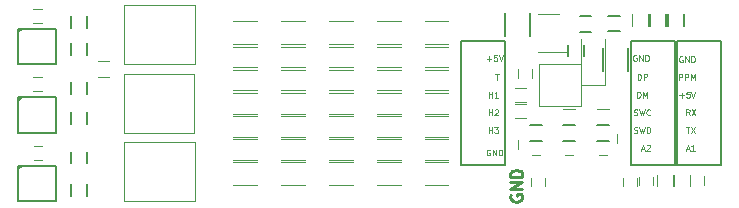
<source format=gbr>
%TF.GenerationSoftware,KiCad,Pcbnew,6.0.4-6f826c9f35~116~ubuntu20.04.1*%
%TF.CreationDate,2022-12-15T23:45:36+00:00*%
%TF.ProjectId,TFESC01,54464553-4330-4312-9e6b-696361645f70,rev?*%
%TF.SameCoordinates,Original*%
%TF.FileFunction,Legend,Top*%
%TF.FilePolarity,Positive*%
%FSLAX46Y46*%
G04 Gerber Fmt 4.6, Leading zero omitted, Abs format (unit mm)*
G04 Created by KiCad (PCBNEW 6.0.4-6f826c9f35~116~ubuntu20.04.1) date 2022-12-15 23:45:36*
%MOMM*%
%LPD*%
G01*
G04 APERTURE LIST*
%ADD10C,0.100000*%
%ADD11C,0.250000*%
%ADD12C,0.150000*%
%ADD13C,0.120000*%
G04 APERTURE END LIST*
D10*
X113219047Y-90526190D02*
X113219047Y-90026190D01*
X113219047Y-90264285D02*
X113504761Y-90264285D01*
X113504761Y-90526190D02*
X113504761Y-90026190D01*
X114004761Y-90526190D02*
X113719047Y-90526190D01*
X113861904Y-90526190D02*
X113861904Y-90026190D01*
X113814285Y-90097619D01*
X113766666Y-90145238D01*
X113719047Y-90169047D01*
X113219047Y-92026190D02*
X113219047Y-91526190D01*
X113219047Y-91764285D02*
X113504761Y-91764285D01*
X113504761Y-92026190D02*
X113504761Y-91526190D01*
X113719047Y-91573809D02*
X113742857Y-91550000D01*
X113790476Y-91526190D01*
X113909523Y-91526190D01*
X113957142Y-91550000D01*
X113980952Y-91573809D01*
X114004761Y-91621428D01*
X114004761Y-91669047D01*
X113980952Y-91740476D01*
X113695238Y-92026190D01*
X114004761Y-92026190D01*
X113219047Y-93526190D02*
X113219047Y-93026190D01*
X113219047Y-93264285D02*
X113504761Y-93264285D01*
X113504761Y-93526190D02*
X113504761Y-93026190D01*
X113695238Y-93026190D02*
X114004761Y-93026190D01*
X113838095Y-93216666D01*
X113909523Y-93216666D01*
X113957142Y-93240476D01*
X113980952Y-93264285D01*
X114004761Y-93311904D01*
X114004761Y-93430952D01*
X113980952Y-93478571D01*
X113957142Y-93502380D01*
X113909523Y-93526190D01*
X113766666Y-93526190D01*
X113719047Y-93502380D01*
X113695238Y-93478571D01*
X113319047Y-94950000D02*
X113271428Y-94926190D01*
X113200000Y-94926190D01*
X113128571Y-94950000D01*
X113080952Y-94997619D01*
X113057142Y-95045238D01*
X113033333Y-95140476D01*
X113033333Y-95211904D01*
X113057142Y-95307142D01*
X113080952Y-95354761D01*
X113128571Y-95402380D01*
X113200000Y-95426190D01*
X113247619Y-95426190D01*
X113319047Y-95402380D01*
X113342857Y-95378571D01*
X113342857Y-95211904D01*
X113247619Y-95211904D01*
X113557142Y-95426190D02*
X113557142Y-94926190D01*
X113842857Y-95426190D01*
X113842857Y-94926190D01*
X114080952Y-95426190D02*
X114080952Y-94926190D01*
X114200000Y-94926190D01*
X114271428Y-94950000D01*
X114319047Y-94997619D01*
X114342857Y-95045238D01*
X114366666Y-95140476D01*
X114366666Y-95211904D01*
X114342857Y-95307142D01*
X114319047Y-95354761D01*
X114271428Y-95402380D01*
X114200000Y-95426190D01*
X114080952Y-95426190D01*
X113757142Y-88526190D02*
X114042857Y-88526190D01*
X113900000Y-89026190D02*
X113900000Y-88526190D01*
X129619047Y-87050000D02*
X129571428Y-87026190D01*
X129500000Y-87026190D01*
X129428571Y-87050000D01*
X129380952Y-87097619D01*
X129357142Y-87145238D01*
X129333333Y-87240476D01*
X129333333Y-87311904D01*
X129357142Y-87407142D01*
X129380952Y-87454761D01*
X129428571Y-87502380D01*
X129500000Y-87526190D01*
X129547619Y-87526190D01*
X129619047Y-87502380D01*
X129642857Y-87478571D01*
X129642857Y-87311904D01*
X129547619Y-87311904D01*
X129857142Y-87526190D02*
X129857142Y-87026190D01*
X130142857Y-87526190D01*
X130142857Y-87026190D01*
X130380952Y-87526190D02*
X130380952Y-87026190D01*
X130500000Y-87026190D01*
X130571428Y-87050000D01*
X130619047Y-87097619D01*
X130642857Y-87145238D01*
X130666666Y-87240476D01*
X130666666Y-87311904D01*
X130642857Y-87407142D01*
X130619047Y-87454761D01*
X130571428Y-87502380D01*
X130500000Y-87526190D01*
X130380952Y-87526190D01*
X125719047Y-86950000D02*
X125671428Y-86926190D01*
X125600000Y-86926190D01*
X125528571Y-86950000D01*
X125480952Y-86997619D01*
X125457142Y-87045238D01*
X125433333Y-87140476D01*
X125433333Y-87211904D01*
X125457142Y-87307142D01*
X125480952Y-87354761D01*
X125528571Y-87402380D01*
X125600000Y-87426190D01*
X125647619Y-87426190D01*
X125719047Y-87402380D01*
X125742857Y-87378571D01*
X125742857Y-87211904D01*
X125647619Y-87211904D01*
X125957142Y-87426190D02*
X125957142Y-86926190D01*
X126242857Y-87426190D01*
X126242857Y-86926190D01*
X126480952Y-87426190D02*
X126480952Y-86926190D01*
X126600000Y-86926190D01*
X126671428Y-86950000D01*
X126719047Y-86997619D01*
X126742857Y-87045238D01*
X126766666Y-87140476D01*
X126766666Y-87211904D01*
X126742857Y-87307142D01*
X126719047Y-87354761D01*
X126671428Y-87402380D01*
X126600000Y-87426190D01*
X126480952Y-87426190D01*
X129333333Y-89026190D02*
X129333333Y-88526190D01*
X129523809Y-88526190D01*
X129571428Y-88550000D01*
X129595238Y-88573809D01*
X129619047Y-88621428D01*
X129619047Y-88692857D01*
X129595238Y-88740476D01*
X129571428Y-88764285D01*
X129523809Y-88788095D01*
X129333333Y-88788095D01*
X129833333Y-89026190D02*
X129833333Y-88526190D01*
X130023809Y-88526190D01*
X130071428Y-88550000D01*
X130095238Y-88573809D01*
X130119047Y-88621428D01*
X130119047Y-88692857D01*
X130095238Y-88740476D01*
X130071428Y-88764285D01*
X130023809Y-88788095D01*
X129833333Y-88788095D01*
X130333333Y-89026190D02*
X130333333Y-88526190D01*
X130500000Y-88883333D01*
X130666666Y-88526190D01*
X130666666Y-89026190D01*
X129357142Y-90335714D02*
X129738095Y-90335714D01*
X129547619Y-90526190D02*
X129547619Y-90145238D01*
X130214285Y-90026190D02*
X129976190Y-90026190D01*
X129952380Y-90264285D01*
X129976190Y-90240476D01*
X130023809Y-90216666D01*
X130142857Y-90216666D01*
X130190476Y-90240476D01*
X130214285Y-90264285D01*
X130238095Y-90311904D01*
X130238095Y-90430952D01*
X130214285Y-90478571D01*
X130190476Y-90502380D01*
X130142857Y-90526190D01*
X130023809Y-90526190D01*
X129976190Y-90502380D01*
X129952380Y-90478571D01*
X130380952Y-90026190D02*
X130547619Y-90526190D01*
X130714285Y-90026190D01*
X130216666Y-92026190D02*
X130050000Y-91788095D01*
X129930952Y-92026190D02*
X129930952Y-91526190D01*
X130121428Y-91526190D01*
X130169047Y-91550000D01*
X130192857Y-91573809D01*
X130216666Y-91621428D01*
X130216666Y-91692857D01*
X130192857Y-91740476D01*
X130169047Y-91764285D01*
X130121428Y-91788095D01*
X129930952Y-91788095D01*
X130383333Y-91526190D02*
X130716666Y-92026190D01*
X130716666Y-91526190D02*
X130383333Y-92026190D01*
X129919047Y-93026190D02*
X130204761Y-93026190D01*
X130061904Y-93526190D02*
X130061904Y-93026190D01*
X130323809Y-93026190D02*
X130657142Y-93526190D01*
X130657142Y-93026190D02*
X130323809Y-93526190D01*
X129942857Y-94883333D02*
X130180952Y-94883333D01*
X129895238Y-95026190D02*
X130061904Y-94526190D01*
X130228571Y-95026190D01*
X130657142Y-95026190D02*
X130371428Y-95026190D01*
X130514285Y-95026190D02*
X130514285Y-94526190D01*
X130466666Y-94597619D01*
X130419047Y-94645238D01*
X130371428Y-94669047D01*
X126142857Y-94883333D02*
X126380952Y-94883333D01*
X126095238Y-95026190D02*
X126261904Y-94526190D01*
X126428571Y-95026190D01*
X126571428Y-94573809D02*
X126595238Y-94550000D01*
X126642857Y-94526190D01*
X126761904Y-94526190D01*
X126809523Y-94550000D01*
X126833333Y-94573809D01*
X126857142Y-94621428D01*
X126857142Y-94669047D01*
X126833333Y-94740476D01*
X126547619Y-95026190D01*
X126857142Y-95026190D01*
X125521428Y-93502380D02*
X125592857Y-93526190D01*
X125711904Y-93526190D01*
X125759523Y-93502380D01*
X125783333Y-93478571D01*
X125807142Y-93430952D01*
X125807142Y-93383333D01*
X125783333Y-93335714D01*
X125759523Y-93311904D01*
X125711904Y-93288095D01*
X125616666Y-93264285D01*
X125569047Y-93240476D01*
X125545238Y-93216666D01*
X125521428Y-93169047D01*
X125521428Y-93121428D01*
X125545238Y-93073809D01*
X125569047Y-93050000D01*
X125616666Y-93026190D01*
X125735714Y-93026190D01*
X125807142Y-93050000D01*
X125973809Y-93026190D02*
X126092857Y-93526190D01*
X126188095Y-93169047D01*
X126283333Y-93526190D01*
X126402380Y-93026190D01*
X126592857Y-93526190D02*
X126592857Y-93026190D01*
X126711904Y-93026190D01*
X126783333Y-93050000D01*
X126830952Y-93097619D01*
X126854761Y-93145238D01*
X126878571Y-93240476D01*
X126878571Y-93311904D01*
X126854761Y-93407142D01*
X126830952Y-93454761D01*
X126783333Y-93502380D01*
X126711904Y-93526190D01*
X126592857Y-93526190D01*
X125521428Y-92002380D02*
X125592857Y-92026190D01*
X125711904Y-92026190D01*
X125759523Y-92002380D01*
X125783333Y-91978571D01*
X125807142Y-91930952D01*
X125807142Y-91883333D01*
X125783333Y-91835714D01*
X125759523Y-91811904D01*
X125711904Y-91788095D01*
X125616666Y-91764285D01*
X125569047Y-91740476D01*
X125545238Y-91716666D01*
X125521428Y-91669047D01*
X125521428Y-91621428D01*
X125545238Y-91573809D01*
X125569047Y-91550000D01*
X125616666Y-91526190D01*
X125735714Y-91526190D01*
X125807142Y-91550000D01*
X125973809Y-91526190D02*
X126092857Y-92026190D01*
X126188095Y-91669047D01*
X126283333Y-92026190D01*
X126402380Y-91526190D01*
X126878571Y-91978571D02*
X126854761Y-92002380D01*
X126783333Y-92026190D01*
X126735714Y-92026190D01*
X126664285Y-92002380D01*
X126616666Y-91954761D01*
X126592857Y-91907142D01*
X126569047Y-91811904D01*
X126569047Y-91740476D01*
X126592857Y-91645238D01*
X126616666Y-91597619D01*
X126664285Y-91550000D01*
X126735714Y-91526190D01*
X126783333Y-91526190D01*
X126854761Y-91550000D01*
X126878571Y-91573809D01*
X125783333Y-90526190D02*
X125783333Y-90026190D01*
X125902380Y-90026190D01*
X125973809Y-90050000D01*
X126021428Y-90097619D01*
X126045238Y-90145238D01*
X126069047Y-90240476D01*
X126069047Y-90311904D01*
X126045238Y-90407142D01*
X126021428Y-90454761D01*
X125973809Y-90502380D01*
X125902380Y-90526190D01*
X125783333Y-90526190D01*
X126283333Y-90526190D02*
X126283333Y-90026190D01*
X126450000Y-90383333D01*
X126616666Y-90026190D01*
X126616666Y-90526190D01*
X125819047Y-89026190D02*
X125819047Y-88526190D01*
X125938095Y-88526190D01*
X126009523Y-88550000D01*
X126057142Y-88597619D01*
X126080952Y-88645238D01*
X126104761Y-88740476D01*
X126104761Y-88811904D01*
X126080952Y-88907142D01*
X126057142Y-88954761D01*
X126009523Y-89002380D01*
X125938095Y-89026190D01*
X125819047Y-89026190D01*
X126319047Y-89026190D02*
X126319047Y-88526190D01*
X126509523Y-88526190D01*
X126557142Y-88550000D01*
X126580952Y-88573809D01*
X126604761Y-88621428D01*
X126604761Y-88692857D01*
X126580952Y-88740476D01*
X126557142Y-88764285D01*
X126509523Y-88788095D01*
X126319047Y-88788095D01*
D11*
X115100000Y-98761904D02*
X115052380Y-98857142D01*
X115052380Y-99000000D01*
X115100000Y-99142857D01*
X115195238Y-99238095D01*
X115290476Y-99285714D01*
X115480952Y-99333333D01*
X115623809Y-99333333D01*
X115814285Y-99285714D01*
X115909523Y-99238095D01*
X116004761Y-99142857D01*
X116052380Y-99000000D01*
X116052380Y-98904761D01*
X116004761Y-98761904D01*
X115957142Y-98714285D01*
X115623809Y-98714285D01*
X115623809Y-98904761D01*
X116052380Y-98285714D02*
X115052380Y-98285714D01*
X116052380Y-97714285D01*
X115052380Y-97714285D01*
X116052380Y-97238095D02*
X115052380Y-97238095D01*
X115052380Y-97000000D01*
X115100000Y-96857142D01*
X115195238Y-96761904D01*
X115290476Y-96714285D01*
X115480952Y-96666666D01*
X115623809Y-96666666D01*
X115814285Y-96714285D01*
X115909523Y-96761904D01*
X116004761Y-96857142D01*
X116052380Y-97000000D01*
X116052380Y-97238095D01*
D10*
X113057142Y-87235714D02*
X113438095Y-87235714D01*
X113247619Y-87426190D02*
X113247619Y-87045238D01*
X113914285Y-86926190D02*
X113676190Y-86926190D01*
X113652380Y-87164285D01*
X113676190Y-87140476D01*
X113723809Y-87116666D01*
X113842857Y-87116666D01*
X113890476Y-87140476D01*
X113914285Y-87164285D01*
X113938095Y-87211904D01*
X113938095Y-87330952D01*
X113914285Y-87378571D01*
X113890476Y-87402380D01*
X113842857Y-87426190D01*
X113723809Y-87426190D01*
X113676190Y-87402380D01*
X113652380Y-87378571D01*
X114080952Y-86926190D02*
X114247619Y-87426190D01*
X114414285Y-86926190D01*
D12*
%TO.C,U4*%
X76600000Y-93500000D02*
X73400000Y-93500000D01*
X73400000Y-90800000D02*
X73700000Y-90500000D01*
X73400000Y-90500000D02*
X76600000Y-90500000D01*
X73700000Y-90500000D02*
X73500000Y-90600000D01*
X76600000Y-90500000D02*
X76600000Y-93500000D01*
X73400000Y-93500000D02*
X73400000Y-90500000D01*
%TO.C,U5*%
X76600000Y-99300000D02*
X73400000Y-99300000D01*
X73400000Y-96300000D02*
X76600000Y-96300000D01*
X73700000Y-96300000D02*
X73500000Y-96400000D01*
X76600000Y-96300000D02*
X76600000Y-99300000D01*
X73400000Y-99300000D02*
X73400000Y-96300000D01*
X73400000Y-96600000D02*
X73700000Y-96300000D01*
%TO.C,U6*%
X73400000Y-84700000D02*
X76600000Y-84700000D01*
X73400000Y-85000000D02*
X73700000Y-84700000D01*
X76600000Y-87700000D02*
X73400000Y-87700000D01*
X73400000Y-87700000D02*
X73400000Y-84700000D01*
X73700000Y-84700000D02*
X73500000Y-84800000D01*
X76600000Y-84700000D02*
X76600000Y-87700000D01*
D13*
%TO.C,C9*%
X74700000Y-94600000D02*
X75400000Y-94600000D01*
X75400000Y-95800000D02*
X74700000Y-95800000D01*
%TO.C,C10*%
X75350000Y-90000000D02*
X74650000Y-90000000D01*
X74650000Y-88800000D02*
X75350000Y-88800000D01*
%TO.C,C11*%
X74650000Y-83000000D02*
X75350000Y-83000000D01*
X75350000Y-84200000D02*
X74650000Y-84200000D01*
%TO.C,C14*%
X122550000Y-94200000D02*
X123250000Y-94200000D01*
X123250000Y-95400000D02*
X122550000Y-95400000D01*
%TO.C,C15*%
X120350000Y-95400000D02*
X119650000Y-95400000D01*
X119650000Y-94200000D02*
X120350000Y-94200000D01*
%TO.C,C16*%
X117550000Y-95400000D02*
X116850000Y-95400000D01*
X116850000Y-94200000D02*
X117550000Y-94200000D01*
%TO.C,C17*%
X115700000Y-88150000D02*
X115700000Y-88850000D01*
X114500000Y-88850000D02*
X114500000Y-88150000D01*
%TO.C,C21*%
X125300000Y-93650000D02*
X125300000Y-94350000D01*
X124100000Y-94350000D02*
X124100000Y-93650000D01*
D12*
%TO.C,R4*%
X126875000Y-84450000D02*
X126875000Y-83450000D01*
X128225000Y-83450000D02*
X128225000Y-84450000D01*
%TO.C,R5*%
X128425000Y-84450000D02*
X128425000Y-83450000D01*
X129775000Y-83450000D02*
X129775000Y-84450000D01*
%TO.C,R12*%
X77825000Y-90250000D02*
X77825000Y-89250000D01*
X79175000Y-89250000D02*
X79175000Y-90250000D01*
%TO.C,R13*%
X79175000Y-91750000D02*
X79175000Y-92750000D01*
X77825000Y-92750000D02*
X77825000Y-91750000D01*
%TO.C,R14*%
X77825000Y-96100000D02*
X77825000Y-95100000D01*
X79175000Y-95100000D02*
X79175000Y-96100000D01*
%TO.C,R15*%
X77825000Y-98850000D02*
X77825000Y-97850000D01*
X79175000Y-97850000D02*
X79175000Y-98850000D01*
%TO.C,R16*%
X77825000Y-84650000D02*
X77825000Y-83650000D01*
X79175000Y-83650000D02*
X79175000Y-84650000D01*
%TO.C,R17*%
X77825000Y-86900000D02*
X77825000Y-85900000D01*
X79175000Y-85900000D02*
X79175000Y-86900000D01*
%TO.C,R18*%
X122400000Y-92825000D02*
X123400000Y-92825000D01*
X123400000Y-94175000D02*
X122400000Y-94175000D01*
%TO.C,R19*%
X120500000Y-94175000D02*
X119500000Y-94175000D01*
X119500000Y-92825000D02*
X120500000Y-92825000D01*
%TO.C,R20*%
X116700000Y-92825000D02*
X117700000Y-92825000D01*
X117700000Y-94175000D02*
X116700000Y-94175000D01*
%TO.C,C23*%
X121275000Y-86050000D02*
X121275000Y-87050000D01*
X119925000Y-87050000D02*
X119925000Y-86050000D01*
%TO.C,C24*%
X116725000Y-83350000D02*
X116725000Y-85350000D01*
X114575000Y-85350000D02*
X114575000Y-83350000D01*
%TO.C,C25*%
X125025000Y-86300000D02*
X125025000Y-88300000D01*
X122875000Y-88300000D02*
X122875000Y-86300000D01*
D13*
%TO.C,D1*%
X121050000Y-89500000D02*
X121050000Y-85600000D01*
X123050000Y-89500000D02*
X123050000Y-85600000D01*
X121050000Y-89500000D02*
X123050000Y-89500000D01*
D12*
%TO.C,R21*%
X123350000Y-83585000D02*
X124350000Y-83585000D01*
X124350000Y-84935000D02*
X123350000Y-84935000D01*
%TO.C,R22*%
X121900000Y-84955000D02*
X120900000Y-84955000D01*
X120900000Y-83605000D02*
X121900000Y-83605000D01*
D13*
%TO.C,U8*%
X119200000Y-83440000D02*
X117400000Y-83440000D01*
X117400000Y-86660000D02*
X119850000Y-86660000D01*
D12*
%TO.C,P9*%
X114600000Y-85750000D02*
X114600000Y-96250000D01*
X110900000Y-96250000D02*
X110900000Y-85750000D01*
X110900000Y-85750000D02*
X114600000Y-85750000D01*
X114600000Y-96250000D02*
X110900000Y-96250000D01*
%TO.C,P10*%
X125275000Y-96250000D02*
X125275000Y-85750000D01*
X128975000Y-85750000D02*
X128975000Y-96250000D01*
X125275000Y-85750000D02*
X128975000Y-85750000D01*
X128975000Y-96250000D02*
X125275000Y-96250000D01*
D13*
%TO.C,D3*%
X115400000Y-90920000D02*
X116400000Y-90920000D01*
X116400000Y-92280000D02*
X115400000Y-92280000D01*
%TO.C,D4*%
X116400000Y-91080000D02*
X115400000Y-91080000D01*
X115400000Y-89720000D02*
X116400000Y-89720000D01*
%TO.C,R28*%
X122400000Y-91520000D02*
X123400000Y-91520000D01*
X123400000Y-92880000D02*
X122400000Y-92880000D01*
%TO.C,R29*%
X119500000Y-91520000D02*
X120500000Y-91520000D01*
X120500000Y-92880000D02*
X119500000Y-92880000D01*
%TO.C,C30*%
X125800000Y-97317094D02*
X125800000Y-98017094D01*
X124600000Y-98017094D02*
X124600000Y-97317094D01*
%TO.C,C31*%
X118000000Y-97317094D02*
X118000000Y-98017094D01*
X116800000Y-98017094D02*
X116800000Y-97317094D01*
%TO.C,C12*%
X109800000Y-95970000D02*
X107800000Y-95970000D01*
X107800000Y-93830000D02*
X109800000Y-93830000D01*
%TO.C,C13*%
X97650000Y-95970000D02*
X95650000Y-95970000D01*
X95650000Y-93830000D02*
X97650000Y-93830000D01*
%TO.C,C34*%
X99700000Y-89930000D02*
X101700000Y-89930000D01*
X101700000Y-92070000D02*
X99700000Y-92070000D01*
%TO.C,C40*%
X107800000Y-89930000D02*
X109800000Y-89930000D01*
X109800000Y-92070000D02*
X107800000Y-92070000D01*
%TO.C,C42*%
X93600000Y-95970000D02*
X91600000Y-95970000D01*
X91600000Y-93830000D02*
X93600000Y-93830000D01*
%TO.C,C44*%
X101700000Y-86220000D02*
X99700000Y-86220000D01*
X99700000Y-84080000D02*
X101700000Y-84080000D01*
%TO.C,C45*%
X95650000Y-84080000D02*
X97650000Y-84080000D01*
X97650000Y-86220000D02*
X95650000Y-86220000D01*
%TO.C,C46*%
X97650000Y-94020000D02*
X95650000Y-94020000D01*
X95650000Y-91880000D02*
X97650000Y-91880000D01*
%TO.C,C47*%
X109800000Y-94020000D02*
X107800000Y-94020000D01*
X107800000Y-91880000D02*
X109800000Y-91880000D01*
%TO.C,C48*%
X105750000Y-97920000D02*
X103750000Y-97920000D01*
X103750000Y-95780000D02*
X105750000Y-95780000D01*
%TO.C,C49*%
X103750000Y-84080000D02*
X105750000Y-84080000D01*
X105750000Y-86220000D02*
X103750000Y-86220000D01*
%TO.C,C50*%
X101700000Y-94020000D02*
X99700000Y-94020000D01*
X99700000Y-91880000D02*
X101700000Y-91880000D01*
%TO.C,C51*%
X105750000Y-88170000D02*
X103750000Y-88170000D01*
X103750000Y-86030000D02*
X105750000Y-86030000D01*
%TO.C,C52*%
X105750000Y-95970000D02*
X103750000Y-95970000D01*
X103750000Y-93830000D02*
X105750000Y-93830000D01*
%TO.C,C53*%
X101700000Y-95970000D02*
X99700000Y-95970000D01*
X99700000Y-93830000D02*
X101700000Y-93830000D01*
%TO.C,C54*%
X95650000Y-95780000D02*
X97650000Y-95780000D01*
X97650000Y-97920000D02*
X95650000Y-97920000D01*
%TO.C,C55*%
X103750000Y-91880000D02*
X105750000Y-91880000D01*
X105750000Y-94020000D02*
X103750000Y-94020000D01*
%TO.C,C56*%
X99700000Y-95780000D02*
X101700000Y-95780000D01*
X101700000Y-97920000D02*
X99700000Y-97920000D01*
%TO.C,C57*%
X95650000Y-89930000D02*
X97650000Y-89930000D01*
X97650000Y-92070000D02*
X95650000Y-92070000D01*
%TO.C,C58*%
X93600000Y-92070000D02*
X91600000Y-92070000D01*
X91600000Y-89930000D02*
X93600000Y-89930000D01*
%TO.C,C59*%
X99700000Y-87980000D02*
X101700000Y-87980000D01*
X101700000Y-90120000D02*
X99700000Y-90120000D01*
%TO.C,C64*%
X107800000Y-95780000D02*
X109800000Y-95780000D01*
X109800000Y-97920000D02*
X107800000Y-97920000D01*
D12*
%TO.C,P11*%
X129150000Y-96250000D02*
X129150000Y-85750000D01*
X132850000Y-85750000D02*
X132850000Y-96250000D01*
X129150000Y-85750000D02*
X132850000Y-85750000D01*
X132850000Y-96250000D02*
X129150000Y-96250000D01*
D13*
%TO.C,C68*%
X109800000Y-90120000D02*
X107800000Y-90120000D01*
X107800000Y-87980000D02*
X109800000Y-87980000D01*
%TO.C,C69*%
X93600000Y-97920000D02*
X91600000Y-97920000D01*
X91600000Y-95780000D02*
X93600000Y-95780000D01*
%TO.C,C70*%
X101700000Y-88170000D02*
X99700000Y-88170000D01*
X99700000Y-86030000D02*
X101700000Y-86030000D01*
%TO.C,C71*%
X95650000Y-87980000D02*
X97650000Y-87980000D01*
X97650000Y-90120000D02*
X95650000Y-90120000D01*
%TO.C,C72*%
X97650000Y-88170000D02*
X95650000Y-88170000D01*
X95650000Y-86030000D02*
X97650000Y-86030000D01*
%TO.C,C73*%
X103750000Y-89930000D02*
X105750000Y-89930000D01*
X105750000Y-92070000D02*
X103750000Y-92070000D01*
%TO.C,C77*%
X125950000Y-97950000D02*
X125950000Y-97250000D01*
X127150000Y-97250000D02*
X127150000Y-97950000D01*
%TO.C,R31*%
X127470000Y-98050000D02*
X127470000Y-97050000D01*
X128830000Y-97050000D02*
X128830000Y-98050000D01*
%TO.C,R32*%
X81100000Y-88780000D02*
X80100000Y-88780000D01*
X80100000Y-87420000D02*
X81100000Y-87420000D01*
%TO.C,R33*%
X126680000Y-83450000D02*
X126680000Y-84450000D01*
X125320000Y-84450000D02*
X125320000Y-83450000D01*
%TO.C,C78*%
X131450000Y-97200000D02*
X131450000Y-97900000D01*
X130250000Y-97900000D02*
X130250000Y-97200000D01*
%TO.C,R34*%
X128870000Y-98050000D02*
X128870000Y-97050000D01*
X130230000Y-97050000D02*
X130230000Y-98050000D01*
%TO.C,C28*%
X93600000Y-88170000D02*
X91600000Y-88170000D01*
X91600000Y-86030000D02*
X93600000Y-86030000D01*
%TO.C,C35*%
X109800000Y-86220000D02*
X107800000Y-86220000D01*
X107800000Y-84080000D02*
X109800000Y-84080000D01*
%TO.C,C36*%
X93600000Y-94020000D02*
X91600000Y-94020000D01*
X91600000Y-91880000D02*
X93600000Y-91880000D01*
%TO.C,C39*%
X91600000Y-84080000D02*
X93600000Y-84080000D01*
X93600000Y-86220000D02*
X91600000Y-86220000D01*
%TO.C,C60*%
X105750000Y-90120000D02*
X103750000Y-90120000D01*
X103750000Y-87980000D02*
X105750000Y-87980000D01*
%TO.C,C61*%
X109800000Y-88170000D02*
X107800000Y-88170000D01*
X107800000Y-86030000D02*
X109800000Y-86030000D01*
%TO.C,C62*%
X93600000Y-90120000D02*
X91600000Y-90120000D01*
X91600000Y-87980000D02*
X93600000Y-87980000D01*
D10*
%TO.C,Q2*%
X82300000Y-88500000D02*
X88300000Y-88500000D01*
X88300000Y-88500000D02*
X88300000Y-93500000D01*
X88300000Y-93500000D02*
X82300000Y-93500000D01*
X82300000Y-93500000D02*
X82300000Y-88500000D01*
%TO.C,Q4*%
X88305000Y-99300000D02*
X82305000Y-99300000D01*
X82305000Y-99300000D02*
X82305000Y-94300000D01*
X88305000Y-94300000D02*
X88305000Y-99300000D01*
X82305000Y-94300000D02*
X88305000Y-94300000D01*
%TO.C,Q6*%
X82305000Y-87700000D02*
X82305000Y-82700000D01*
X82305000Y-82700000D02*
X88305000Y-82700000D01*
X88305000Y-82700000D02*
X88305000Y-87700000D01*
X88305000Y-87700000D02*
X82305000Y-87700000D01*
D13*
%TO.C,C22*%
X114500000Y-94850000D02*
X114500000Y-94150000D01*
X115700000Y-94150000D02*
X115700000Y-94850000D01*
%TO.C,C29*%
X115700000Y-88850000D02*
X115700000Y-88150000D01*
X116900000Y-88150000D02*
X116900000Y-88850000D01*
D10*
%TO.C,L1*%
X117450000Y-91250000D02*
X117450000Y-87650000D01*
X121050000Y-91250000D02*
X117450000Y-91250000D01*
X117450000Y-87650000D02*
X121050000Y-87650000D01*
X121050000Y-87650000D02*
X121050000Y-91250000D01*
%TD*%
M02*

</source>
